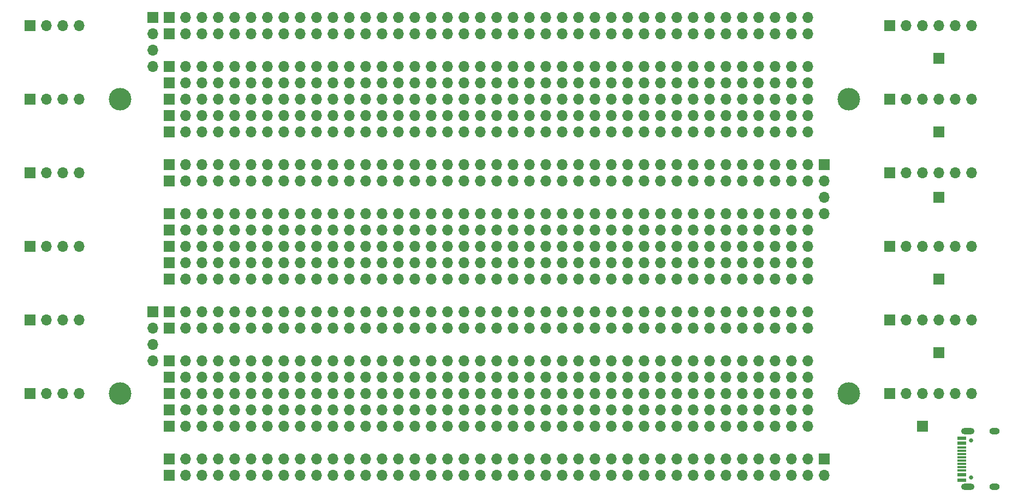
<source format=gbr>
%TF.GenerationSoftware,KiCad,Pcbnew,(6.0.1)*%
%TF.CreationDate,2022-02-22T13:55:29+13:00*%
%TF.ProjectId,perma-proto-board,7065726d-612d-4707-926f-746f2d626f61,rev?*%
%TF.SameCoordinates,Original*%
%TF.FileFunction,Soldermask,Top*%
%TF.FilePolarity,Negative*%
%FSLAX46Y46*%
G04 Gerber Fmt 4.6, Leading zero omitted, Abs format (unit mm)*
G04 Created by KiCad (PCBNEW (6.0.1)) date 2022-02-22 13:55:29*
%MOMM*%
%LPD*%
G01*
G04 APERTURE LIST*
%ADD10R,1.700000X1.700000*%
%ADD11O,1.700000X1.700000*%
%ADD12C,3.500000*%
%ADD13C,0.650000*%
%ADD14R,1.450000X0.600000*%
%ADD15R,1.450000X0.300000*%
%ADD16O,2.100000X1.000000*%
%ADD17O,1.600000X1.000000*%
G04 APERTURE END LIST*
D10*
%TO.C,J27*%
X71120000Y-96520000D03*
D11*
X73660000Y-96520000D03*
X76200000Y-96520000D03*
X78740000Y-96520000D03*
X81280000Y-96520000D03*
X83820000Y-96520000D03*
X86360000Y-96520000D03*
X88900000Y-96520000D03*
X91440000Y-96520000D03*
X93980000Y-96520000D03*
X96520000Y-96520000D03*
X99060000Y-96520000D03*
X101600000Y-96520000D03*
X104140000Y-96520000D03*
X106680000Y-96520000D03*
X109220000Y-96520000D03*
X111760000Y-96520000D03*
X114300000Y-96520000D03*
X116840000Y-96520000D03*
X119380000Y-96520000D03*
X121920000Y-96520000D03*
X124460000Y-96520000D03*
X127000000Y-96520000D03*
X129540000Y-96520000D03*
X132080000Y-96520000D03*
X134620000Y-96520000D03*
X137160000Y-96520000D03*
X139700000Y-96520000D03*
X142240000Y-96520000D03*
X144780000Y-96520000D03*
X147320000Y-96520000D03*
X149860000Y-96520000D03*
X152400000Y-96520000D03*
X154940000Y-96520000D03*
X157480000Y-96520000D03*
X160020000Y-96520000D03*
X162560000Y-96520000D03*
X165100000Y-96520000D03*
X167640000Y-96520000D03*
X170180000Y-96520000D03*
%TD*%
D10*
%TO.C,J2*%
X182880000Y-45720000D03*
D11*
X185420000Y-45720000D03*
X187960000Y-45720000D03*
X190500000Y-45720000D03*
X193040000Y-45720000D03*
X195580000Y-45720000D03*
%TD*%
D10*
%TO.C,J33*%
X71125000Y-35560000D03*
D11*
X73665000Y-35560000D03*
X76205000Y-35560000D03*
X78745000Y-35560000D03*
X81285000Y-35560000D03*
X83825000Y-35560000D03*
X86365000Y-35560000D03*
X88905000Y-35560000D03*
X91445000Y-35560000D03*
X93985000Y-35560000D03*
X96525000Y-35560000D03*
X99065000Y-35560000D03*
X101605000Y-35560000D03*
X104145000Y-35560000D03*
X106685000Y-35560000D03*
X109225000Y-35560000D03*
X111765000Y-35560000D03*
X114305000Y-35560000D03*
X116845000Y-35560000D03*
X119385000Y-35560000D03*
X121925000Y-35560000D03*
X124465000Y-35560000D03*
X127005000Y-35560000D03*
X129545000Y-35560000D03*
X132085000Y-35560000D03*
X134625000Y-35560000D03*
X137165000Y-35560000D03*
X139705000Y-35560000D03*
X142245000Y-35560000D03*
X144785000Y-35560000D03*
X147325000Y-35560000D03*
X149865000Y-35560000D03*
X152405000Y-35560000D03*
X154945000Y-35560000D03*
X157485000Y-35560000D03*
X160025000Y-35560000D03*
X162565000Y-35560000D03*
X165105000Y-35560000D03*
X167645000Y-35560000D03*
X170185000Y-35560000D03*
%TD*%
D12*
%TO.C,REF\u002A\u002A*%
X63500000Y-45720000D03*
%TD*%
D10*
%TO.C,J7*%
X49530000Y-34290000D03*
D11*
X52070000Y-34290000D03*
X54610000Y-34290000D03*
X57150000Y-34290000D03*
%TD*%
D10*
%TO.C,J23*%
X71120000Y-86360000D03*
D11*
X73660000Y-86360000D03*
X76200000Y-86360000D03*
X78740000Y-86360000D03*
X81280000Y-86360000D03*
X83820000Y-86360000D03*
X86360000Y-86360000D03*
X88900000Y-86360000D03*
X91440000Y-86360000D03*
X93980000Y-86360000D03*
X96520000Y-86360000D03*
X99060000Y-86360000D03*
X101600000Y-86360000D03*
X104140000Y-86360000D03*
X106680000Y-86360000D03*
X109220000Y-86360000D03*
X111760000Y-86360000D03*
X114300000Y-86360000D03*
X116840000Y-86360000D03*
X119380000Y-86360000D03*
X121920000Y-86360000D03*
X124460000Y-86360000D03*
X127000000Y-86360000D03*
X129540000Y-86360000D03*
X132080000Y-86360000D03*
X134620000Y-86360000D03*
X137160000Y-86360000D03*
X139700000Y-86360000D03*
X142240000Y-86360000D03*
X144780000Y-86360000D03*
X147320000Y-86360000D03*
X149860000Y-86360000D03*
X152400000Y-86360000D03*
X154940000Y-86360000D03*
X157480000Y-86360000D03*
X160020000Y-86360000D03*
X162560000Y-86360000D03*
X165100000Y-86360000D03*
X167640000Y-86360000D03*
X170180000Y-86360000D03*
%TD*%
D10*
%TO.C,J15*%
X71120000Y-45720000D03*
D11*
X73660000Y-45720000D03*
X76200000Y-45720000D03*
X78740000Y-45720000D03*
X81280000Y-45720000D03*
X83820000Y-45720000D03*
X86360000Y-45720000D03*
X88900000Y-45720000D03*
X91440000Y-45720000D03*
X93980000Y-45720000D03*
X96520000Y-45720000D03*
X99060000Y-45720000D03*
X101600000Y-45720000D03*
X104140000Y-45720000D03*
X106680000Y-45720000D03*
X109220000Y-45720000D03*
X111760000Y-45720000D03*
X114300000Y-45720000D03*
X116840000Y-45720000D03*
X119380000Y-45720000D03*
X121920000Y-45720000D03*
X124460000Y-45720000D03*
X127000000Y-45720000D03*
X129540000Y-45720000D03*
X132080000Y-45720000D03*
X134620000Y-45720000D03*
X137160000Y-45720000D03*
X139700000Y-45720000D03*
X142240000Y-45720000D03*
X144780000Y-45720000D03*
X147320000Y-45720000D03*
X149860000Y-45720000D03*
X152400000Y-45720000D03*
X154940000Y-45720000D03*
X157480000Y-45720000D03*
X160020000Y-45720000D03*
X162560000Y-45720000D03*
X165100000Y-45720000D03*
X167640000Y-45720000D03*
X170180000Y-45720000D03*
%TD*%
D10*
%TO.C,+*%
X71120000Y-104140000D03*
D11*
X73660000Y-104140000D03*
X76200000Y-104140000D03*
X78740000Y-104140000D03*
X81280000Y-104140000D03*
X83820000Y-104140000D03*
X86360000Y-104140000D03*
X88900000Y-104140000D03*
X91440000Y-104140000D03*
X93980000Y-104140000D03*
X96520000Y-104140000D03*
X99060000Y-104140000D03*
X101600000Y-104140000D03*
X104140000Y-104140000D03*
X106680000Y-104140000D03*
X109220000Y-104140000D03*
X111760000Y-104140000D03*
X114300000Y-104140000D03*
X116840000Y-104140000D03*
X119380000Y-104140000D03*
X121920000Y-104140000D03*
X124460000Y-104140000D03*
X127000000Y-104140000D03*
X129540000Y-104140000D03*
X132080000Y-104140000D03*
X134620000Y-104140000D03*
X137160000Y-104140000D03*
X139700000Y-104140000D03*
X142240000Y-104140000D03*
X144780000Y-104140000D03*
X147320000Y-104140000D03*
X149860000Y-104140000D03*
X152400000Y-104140000D03*
X154940000Y-104140000D03*
X157480000Y-104140000D03*
X160020000Y-104140000D03*
X162560000Y-104140000D03*
X165100000Y-104140000D03*
X167640000Y-104140000D03*
X170180000Y-104140000D03*
%TD*%
D12*
%TO.C,REF\u002A\u002A*%
X176530000Y-45720000D03*
%TD*%
D10*
%TO.C,J25*%
X71120000Y-91440000D03*
D11*
X73660000Y-91440000D03*
X76200000Y-91440000D03*
X78740000Y-91440000D03*
X81280000Y-91440000D03*
X83820000Y-91440000D03*
X86360000Y-91440000D03*
X88900000Y-91440000D03*
X91440000Y-91440000D03*
X93980000Y-91440000D03*
X96520000Y-91440000D03*
X99060000Y-91440000D03*
X101600000Y-91440000D03*
X104140000Y-91440000D03*
X106680000Y-91440000D03*
X109220000Y-91440000D03*
X111760000Y-91440000D03*
X114300000Y-91440000D03*
X116840000Y-91440000D03*
X119380000Y-91440000D03*
X121920000Y-91440000D03*
X124460000Y-91440000D03*
X127000000Y-91440000D03*
X129540000Y-91440000D03*
X132080000Y-91440000D03*
X134620000Y-91440000D03*
X137160000Y-91440000D03*
X139700000Y-91440000D03*
X142240000Y-91440000D03*
X144780000Y-91440000D03*
X147320000Y-91440000D03*
X149860000Y-91440000D03*
X152400000Y-91440000D03*
X154940000Y-91440000D03*
X157480000Y-91440000D03*
X160020000Y-91440000D03*
X162560000Y-91440000D03*
X165100000Y-91440000D03*
X167640000Y-91440000D03*
X170180000Y-91440000D03*
%TD*%
D10*
%TO.C,J12*%
X49530000Y-68580000D03*
D11*
X52070000Y-68580000D03*
X54610000Y-68580000D03*
X57150000Y-68580000D03*
%TD*%
D13*
%TO.C,J40*%
X195520000Y-98710000D03*
X195520000Y-104490000D03*
D14*
X194075000Y-104850000D03*
X194075000Y-104050000D03*
D15*
X194075000Y-102850000D03*
X194075000Y-101850000D03*
X194075000Y-101350000D03*
X194075000Y-100350000D03*
D14*
X194075000Y-99150000D03*
X194075000Y-98350000D03*
X194075000Y-98350000D03*
X194075000Y-99150000D03*
D15*
X194075000Y-99850000D03*
X194075000Y-100850000D03*
X194075000Y-102350000D03*
X194075000Y-103350000D03*
D14*
X194075000Y-104050000D03*
X194075000Y-104850000D03*
D16*
X194990000Y-97280000D03*
X194990000Y-105920000D03*
D17*
X199170000Y-97280000D03*
X199170000Y-105920000D03*
%TD*%
D10*
%TO.C,J31*%
X172720000Y-101600000D03*
D11*
X172720000Y-104140000D03*
%TD*%
D10*
%TO.C,J37*%
X71120000Y-81280000D03*
D11*
X73660000Y-81280000D03*
X76200000Y-81280000D03*
X78740000Y-81280000D03*
X81280000Y-81280000D03*
X83820000Y-81280000D03*
X86360000Y-81280000D03*
X88900000Y-81280000D03*
X91440000Y-81280000D03*
X93980000Y-81280000D03*
X96520000Y-81280000D03*
X99060000Y-81280000D03*
X101600000Y-81280000D03*
X104140000Y-81280000D03*
X106680000Y-81280000D03*
X109220000Y-81280000D03*
X111760000Y-81280000D03*
X114300000Y-81280000D03*
X116840000Y-81280000D03*
X119380000Y-81280000D03*
X121920000Y-81280000D03*
X124460000Y-81280000D03*
X127000000Y-81280000D03*
X129540000Y-81280000D03*
X132080000Y-81280000D03*
X134620000Y-81280000D03*
X137160000Y-81280000D03*
X139700000Y-81280000D03*
X142240000Y-81280000D03*
X144780000Y-81280000D03*
X147320000Y-81280000D03*
X149860000Y-81280000D03*
X152400000Y-81280000D03*
X154940000Y-81280000D03*
X157480000Y-81280000D03*
X160020000Y-81280000D03*
X162560000Y-81280000D03*
X165100000Y-81280000D03*
X167640000Y-81280000D03*
X170180000Y-81280000D03*
%TD*%
D10*
%TO.C,J32*%
X71125000Y-33020000D03*
D11*
X73665000Y-33020000D03*
X76205000Y-33020000D03*
X78745000Y-33020000D03*
X81285000Y-33020000D03*
X83825000Y-33020000D03*
X86365000Y-33020000D03*
X88905000Y-33020000D03*
X91445000Y-33020000D03*
X93985000Y-33020000D03*
X96525000Y-33020000D03*
X99065000Y-33020000D03*
X101605000Y-33020000D03*
X104145000Y-33020000D03*
X106685000Y-33020000D03*
X109225000Y-33020000D03*
X111765000Y-33020000D03*
X114305000Y-33020000D03*
X116845000Y-33020000D03*
X119385000Y-33020000D03*
X121925000Y-33020000D03*
X124465000Y-33020000D03*
X127005000Y-33020000D03*
X129545000Y-33020000D03*
X132085000Y-33020000D03*
X134625000Y-33020000D03*
X137165000Y-33020000D03*
X139705000Y-33020000D03*
X142245000Y-33020000D03*
X144785000Y-33020000D03*
X147325000Y-33020000D03*
X149865000Y-33020000D03*
X152405000Y-33020000D03*
X154945000Y-33020000D03*
X157485000Y-33020000D03*
X160025000Y-33020000D03*
X162565000Y-33020000D03*
X165105000Y-33020000D03*
X167645000Y-33020000D03*
X170185000Y-33020000D03*
%TD*%
D10*
%TO.C,J11*%
X49540000Y-91440000D03*
D11*
X52080000Y-91440000D03*
X54620000Y-91440000D03*
X57160000Y-91440000D03*
%TD*%
D10*
%TO.C,J1*%
X182880000Y-34290000D03*
D11*
X185420000Y-34290000D03*
X187960000Y-34290000D03*
X190500000Y-34290000D03*
X193040000Y-34290000D03*
X195580000Y-34290000D03*
%TD*%
D10*
%TO.C,J8*%
X49540000Y-45720000D03*
D11*
X52080000Y-45720000D03*
X54620000Y-45720000D03*
X57160000Y-45720000D03*
%TD*%
D10*
%TO.C,+*%
X71125000Y-58420000D03*
D11*
X73665000Y-58420000D03*
X76205000Y-58420000D03*
X78745000Y-58420000D03*
X81285000Y-58420000D03*
X83825000Y-58420000D03*
X86365000Y-58420000D03*
X88905000Y-58420000D03*
X91445000Y-58420000D03*
X93985000Y-58420000D03*
X96525000Y-58420000D03*
X99065000Y-58420000D03*
X101605000Y-58420000D03*
X104145000Y-58420000D03*
X106685000Y-58420000D03*
X109225000Y-58420000D03*
X111765000Y-58420000D03*
X114305000Y-58420000D03*
X116845000Y-58420000D03*
X119385000Y-58420000D03*
X121925000Y-58420000D03*
X124465000Y-58420000D03*
X127005000Y-58420000D03*
X129545000Y-58420000D03*
X132085000Y-58420000D03*
X134625000Y-58420000D03*
X137165000Y-58420000D03*
X139705000Y-58420000D03*
X142245000Y-58420000D03*
X144785000Y-58420000D03*
X147325000Y-58420000D03*
X149865000Y-58420000D03*
X152405000Y-58420000D03*
X154945000Y-58420000D03*
X157485000Y-58420000D03*
X160025000Y-58420000D03*
X162565000Y-58420000D03*
X165105000Y-58420000D03*
X167645000Y-58420000D03*
X170185000Y-58420000D03*
%TD*%
D10*
%TO.C,J24*%
X71120000Y-88900000D03*
D11*
X73660000Y-88900000D03*
X76200000Y-88900000D03*
X78740000Y-88900000D03*
X81280000Y-88900000D03*
X83820000Y-88900000D03*
X86360000Y-88900000D03*
X88900000Y-88900000D03*
X91440000Y-88900000D03*
X93980000Y-88900000D03*
X96520000Y-88900000D03*
X99060000Y-88900000D03*
X101600000Y-88900000D03*
X104140000Y-88900000D03*
X106680000Y-88900000D03*
X109220000Y-88900000D03*
X111760000Y-88900000D03*
X114300000Y-88900000D03*
X116840000Y-88900000D03*
X119380000Y-88900000D03*
X121920000Y-88900000D03*
X124460000Y-88900000D03*
X127000000Y-88900000D03*
X129540000Y-88900000D03*
X132080000Y-88900000D03*
X134620000Y-88900000D03*
X137160000Y-88900000D03*
X139700000Y-88900000D03*
X142240000Y-88900000D03*
X144780000Y-88900000D03*
X147320000Y-88900000D03*
X149860000Y-88900000D03*
X152400000Y-88900000D03*
X154940000Y-88900000D03*
X157480000Y-88900000D03*
X160020000Y-88900000D03*
X162560000Y-88900000D03*
X165100000Y-88900000D03*
X167640000Y-88900000D03*
X170180000Y-88900000D03*
%TD*%
D10*
%TO.C,-*%
X71120000Y-55880000D03*
D11*
X73660000Y-55880000D03*
X76200000Y-55880000D03*
X78740000Y-55880000D03*
X81280000Y-55880000D03*
X83820000Y-55880000D03*
X86360000Y-55880000D03*
X88900000Y-55880000D03*
X91440000Y-55880000D03*
X93980000Y-55880000D03*
X96520000Y-55880000D03*
X99060000Y-55880000D03*
X101600000Y-55880000D03*
X104140000Y-55880000D03*
X106680000Y-55880000D03*
X109220000Y-55880000D03*
X111760000Y-55880000D03*
X114300000Y-55880000D03*
X116840000Y-55880000D03*
X119380000Y-55880000D03*
X121920000Y-55880000D03*
X124460000Y-55880000D03*
X127000000Y-55880000D03*
X129540000Y-55880000D03*
X132080000Y-55880000D03*
X134620000Y-55880000D03*
X137160000Y-55880000D03*
X139700000Y-55880000D03*
X142240000Y-55880000D03*
X144780000Y-55880000D03*
X147320000Y-55880000D03*
X149860000Y-55880000D03*
X152400000Y-55880000D03*
X154940000Y-55880000D03*
X157480000Y-55880000D03*
X160020000Y-55880000D03*
X162560000Y-55880000D03*
X165100000Y-55880000D03*
X167640000Y-55880000D03*
X170180000Y-55880000D03*
%TD*%
D10*
%TO.C,J28*%
X68580000Y-33030000D03*
D11*
X68580000Y-35570000D03*
X68580000Y-38110000D03*
X68580000Y-40650000D03*
%TD*%
D10*
%TO.C,J16*%
X71120000Y-48260000D03*
D11*
X73660000Y-48260000D03*
X76200000Y-48260000D03*
X78740000Y-48260000D03*
X81280000Y-48260000D03*
X83820000Y-48260000D03*
X86360000Y-48260000D03*
X88900000Y-48260000D03*
X91440000Y-48260000D03*
X93980000Y-48260000D03*
X96520000Y-48260000D03*
X99060000Y-48260000D03*
X101600000Y-48260000D03*
X104140000Y-48260000D03*
X106680000Y-48260000D03*
X109220000Y-48260000D03*
X111760000Y-48260000D03*
X114300000Y-48260000D03*
X116840000Y-48260000D03*
X119380000Y-48260000D03*
X121920000Y-48260000D03*
X124460000Y-48260000D03*
X127000000Y-48260000D03*
X129540000Y-48260000D03*
X132080000Y-48260000D03*
X134620000Y-48260000D03*
X137160000Y-48260000D03*
X139700000Y-48260000D03*
X142240000Y-48260000D03*
X144780000Y-48260000D03*
X147320000Y-48260000D03*
X149860000Y-48260000D03*
X152400000Y-48260000D03*
X154940000Y-48260000D03*
X157480000Y-48260000D03*
X160020000Y-48260000D03*
X162560000Y-48260000D03*
X165100000Y-48260000D03*
X167640000Y-48260000D03*
X170180000Y-48260000D03*
%TD*%
D10*
%TO.C,J17*%
X71120000Y-50800000D03*
D11*
X73660000Y-50800000D03*
X76200000Y-50800000D03*
X78740000Y-50800000D03*
X81280000Y-50800000D03*
X83820000Y-50800000D03*
X86360000Y-50800000D03*
X88900000Y-50800000D03*
X91440000Y-50800000D03*
X93980000Y-50800000D03*
X96520000Y-50800000D03*
X99060000Y-50800000D03*
X101600000Y-50800000D03*
X104140000Y-50800000D03*
X106680000Y-50800000D03*
X109220000Y-50800000D03*
X111760000Y-50800000D03*
X114300000Y-50800000D03*
X116840000Y-50800000D03*
X119380000Y-50800000D03*
X121920000Y-50800000D03*
X124460000Y-50800000D03*
X127000000Y-50800000D03*
X129540000Y-50800000D03*
X132080000Y-50800000D03*
X134620000Y-50800000D03*
X137160000Y-50800000D03*
X139700000Y-50800000D03*
X142240000Y-50800000D03*
X144780000Y-50800000D03*
X147320000Y-50800000D03*
X149860000Y-50800000D03*
X152400000Y-50800000D03*
X154940000Y-50800000D03*
X157480000Y-50800000D03*
X160020000Y-50800000D03*
X162560000Y-50800000D03*
X165100000Y-50800000D03*
X167640000Y-50800000D03*
X170180000Y-50800000D03*
%TD*%
D10*
%TO.C,J43*%
X190500000Y-60960000D03*
%TD*%
%TO.C,J29*%
X172720000Y-55890000D03*
D11*
X172720000Y-58430000D03*
X172720000Y-60970000D03*
X172720000Y-63510000D03*
%TD*%
D10*
%TO.C,J26*%
X71120000Y-93980000D03*
D11*
X73660000Y-93980000D03*
X76200000Y-93980000D03*
X78740000Y-93980000D03*
X81280000Y-93980000D03*
X83820000Y-93980000D03*
X86360000Y-93980000D03*
X88900000Y-93980000D03*
X91440000Y-93980000D03*
X93980000Y-93980000D03*
X96520000Y-93980000D03*
X99060000Y-93980000D03*
X101600000Y-93980000D03*
X104140000Y-93980000D03*
X106680000Y-93980000D03*
X109220000Y-93980000D03*
X111760000Y-93980000D03*
X114300000Y-93980000D03*
X116840000Y-93980000D03*
X119380000Y-93980000D03*
X121920000Y-93980000D03*
X124460000Y-93980000D03*
X127000000Y-93980000D03*
X129540000Y-93980000D03*
X132080000Y-93980000D03*
X134620000Y-93980000D03*
X137160000Y-93980000D03*
X139700000Y-93980000D03*
X142240000Y-93980000D03*
X144780000Y-93980000D03*
X147320000Y-93980000D03*
X149860000Y-93980000D03*
X152400000Y-93980000D03*
X154940000Y-93980000D03*
X157480000Y-93980000D03*
X160020000Y-93980000D03*
X162560000Y-93980000D03*
X165100000Y-93980000D03*
X167640000Y-93980000D03*
X170180000Y-93980000D03*
%TD*%
D10*
%TO.C,J13*%
X71120000Y-40640000D03*
D11*
X73660000Y-40640000D03*
X76200000Y-40640000D03*
X78740000Y-40640000D03*
X81280000Y-40640000D03*
X83820000Y-40640000D03*
X86360000Y-40640000D03*
X88900000Y-40640000D03*
X91440000Y-40640000D03*
X93980000Y-40640000D03*
X96520000Y-40640000D03*
X99060000Y-40640000D03*
X101600000Y-40640000D03*
X104140000Y-40640000D03*
X106680000Y-40640000D03*
X109220000Y-40640000D03*
X111760000Y-40640000D03*
X114300000Y-40640000D03*
X116840000Y-40640000D03*
X119380000Y-40640000D03*
X121920000Y-40640000D03*
X124460000Y-40640000D03*
X127000000Y-40640000D03*
X129540000Y-40640000D03*
X132080000Y-40640000D03*
X134620000Y-40640000D03*
X137160000Y-40640000D03*
X139700000Y-40640000D03*
X142240000Y-40640000D03*
X144780000Y-40640000D03*
X147320000Y-40640000D03*
X149860000Y-40640000D03*
X152400000Y-40640000D03*
X154940000Y-40640000D03*
X157480000Y-40640000D03*
X160020000Y-40640000D03*
X162560000Y-40640000D03*
X165100000Y-40640000D03*
X167640000Y-40640000D03*
X170180000Y-40640000D03*
%TD*%
D12*
%TO.C,REF\u002A\u002A*%
X176530000Y-91440000D03*
%TD*%
D10*
%TO.C,J10*%
X49540000Y-80010000D03*
D11*
X52080000Y-80010000D03*
X54620000Y-80010000D03*
X57160000Y-80010000D03*
%TD*%
D10*
%TO.C,J3*%
X182880000Y-57150000D03*
D11*
X185420000Y-57150000D03*
X187960000Y-57150000D03*
X190500000Y-57150000D03*
X193040000Y-57150000D03*
X195580000Y-57150000D03*
%TD*%
D10*
%TO.C,J46*%
X187960000Y-96520000D03*
%TD*%
%TO.C,J6*%
X182880000Y-91440000D03*
D11*
X185420000Y-91440000D03*
X187960000Y-91440000D03*
X190500000Y-91440000D03*
X193040000Y-91440000D03*
X195580000Y-91440000D03*
%TD*%
D10*
%TO.C,-*%
X71120000Y-101600000D03*
D11*
X73660000Y-101600000D03*
X76200000Y-101600000D03*
X78740000Y-101600000D03*
X81280000Y-101600000D03*
X83820000Y-101600000D03*
X86360000Y-101600000D03*
X88900000Y-101600000D03*
X91440000Y-101600000D03*
X93980000Y-101600000D03*
X96520000Y-101600000D03*
X99060000Y-101600000D03*
X101600000Y-101600000D03*
X104140000Y-101600000D03*
X106680000Y-101600000D03*
X109220000Y-101600000D03*
X111760000Y-101600000D03*
X114300000Y-101600000D03*
X116840000Y-101600000D03*
X119380000Y-101600000D03*
X121920000Y-101600000D03*
X124460000Y-101600000D03*
X127000000Y-101600000D03*
X129540000Y-101600000D03*
X132080000Y-101600000D03*
X134620000Y-101600000D03*
X137160000Y-101600000D03*
X139700000Y-101600000D03*
X142240000Y-101600000D03*
X144780000Y-101600000D03*
X147320000Y-101600000D03*
X149860000Y-101600000D03*
X152400000Y-101600000D03*
X154940000Y-101600000D03*
X157480000Y-101600000D03*
X160020000Y-101600000D03*
X162560000Y-101600000D03*
X165100000Y-101600000D03*
X167640000Y-101600000D03*
X170180000Y-101600000D03*
%TD*%
D10*
%TO.C,J45*%
X190500000Y-85090000D03*
%TD*%
D12*
%TO.C,REF\u002A\u002A*%
X63500000Y-91440000D03*
%TD*%
D10*
%TO.C,J36*%
X71125000Y-78740000D03*
D11*
X73665000Y-78740000D03*
X76205000Y-78740000D03*
X78745000Y-78740000D03*
X81285000Y-78740000D03*
X83825000Y-78740000D03*
X86365000Y-78740000D03*
X88905000Y-78740000D03*
X91445000Y-78740000D03*
X93985000Y-78740000D03*
X96525000Y-78740000D03*
X99065000Y-78740000D03*
X101605000Y-78740000D03*
X104145000Y-78740000D03*
X106685000Y-78740000D03*
X109225000Y-78740000D03*
X111765000Y-78740000D03*
X114305000Y-78740000D03*
X116845000Y-78740000D03*
X119385000Y-78740000D03*
X121925000Y-78740000D03*
X124465000Y-78740000D03*
X127005000Y-78740000D03*
X129545000Y-78740000D03*
X132085000Y-78740000D03*
X134625000Y-78740000D03*
X137165000Y-78740000D03*
X139705000Y-78740000D03*
X142245000Y-78740000D03*
X144785000Y-78740000D03*
X147325000Y-78740000D03*
X149865000Y-78740000D03*
X152405000Y-78740000D03*
X154945000Y-78740000D03*
X157485000Y-78740000D03*
X160025000Y-78740000D03*
X162565000Y-78740000D03*
X165105000Y-78740000D03*
X167645000Y-78740000D03*
X170185000Y-78740000D03*
%TD*%
D10*
%TO.C,J9*%
X49530000Y-57150000D03*
D11*
X52070000Y-57150000D03*
X54610000Y-57150000D03*
X57150000Y-57150000D03*
%TD*%
D10*
%TO.C,J42*%
X190500000Y-50800000D03*
%TD*%
%TO.C,J5*%
X182880000Y-80010000D03*
D11*
X185420000Y-80010000D03*
X187960000Y-80010000D03*
X190500000Y-80010000D03*
X193040000Y-80010000D03*
X195580000Y-80010000D03*
%TD*%
D10*
%TO.C,J41*%
X190500000Y-39370000D03*
%TD*%
%TO.C,J21*%
X71120000Y-71120000D03*
D11*
X73660000Y-71120000D03*
X76200000Y-71120000D03*
X78740000Y-71120000D03*
X81280000Y-71120000D03*
X83820000Y-71120000D03*
X86360000Y-71120000D03*
X88900000Y-71120000D03*
X91440000Y-71120000D03*
X93980000Y-71120000D03*
X96520000Y-71120000D03*
X99060000Y-71120000D03*
X101600000Y-71120000D03*
X104140000Y-71120000D03*
X106680000Y-71120000D03*
X109220000Y-71120000D03*
X111760000Y-71120000D03*
X114300000Y-71120000D03*
X116840000Y-71120000D03*
X119380000Y-71120000D03*
X121920000Y-71120000D03*
X124460000Y-71120000D03*
X127000000Y-71120000D03*
X129540000Y-71120000D03*
X132080000Y-71120000D03*
X134620000Y-71120000D03*
X137160000Y-71120000D03*
X139700000Y-71120000D03*
X142240000Y-71120000D03*
X144780000Y-71120000D03*
X147320000Y-71120000D03*
X149860000Y-71120000D03*
X152400000Y-71120000D03*
X154940000Y-71120000D03*
X157480000Y-71120000D03*
X160020000Y-71120000D03*
X162560000Y-71120000D03*
X165100000Y-71120000D03*
X167640000Y-71120000D03*
X170180000Y-71120000D03*
%TD*%
D10*
%TO.C,J30*%
X68580000Y-78740000D03*
D11*
X68580000Y-81280000D03*
X68580000Y-83820000D03*
X68580000Y-86360000D03*
%TD*%
D10*
%TO.C,J20*%
X71120000Y-68580000D03*
D11*
X73660000Y-68580000D03*
X76200000Y-68580000D03*
X78740000Y-68580000D03*
X81280000Y-68580000D03*
X83820000Y-68580000D03*
X86360000Y-68580000D03*
X88900000Y-68580000D03*
X91440000Y-68580000D03*
X93980000Y-68580000D03*
X96520000Y-68580000D03*
X99060000Y-68580000D03*
X101600000Y-68580000D03*
X104140000Y-68580000D03*
X106680000Y-68580000D03*
X109220000Y-68580000D03*
X111760000Y-68580000D03*
X114300000Y-68580000D03*
X116840000Y-68580000D03*
X119380000Y-68580000D03*
X121920000Y-68580000D03*
X124460000Y-68580000D03*
X127000000Y-68580000D03*
X129540000Y-68580000D03*
X132080000Y-68580000D03*
X134620000Y-68580000D03*
X137160000Y-68580000D03*
X139700000Y-68580000D03*
X142240000Y-68580000D03*
X144780000Y-68580000D03*
X147320000Y-68580000D03*
X149860000Y-68580000D03*
X152400000Y-68580000D03*
X154940000Y-68580000D03*
X157480000Y-68580000D03*
X160020000Y-68580000D03*
X162560000Y-68580000D03*
X165100000Y-68580000D03*
X167640000Y-68580000D03*
X170180000Y-68580000D03*
%TD*%
D10*
%TO.C,J14*%
X71120000Y-43180000D03*
D11*
X73660000Y-43180000D03*
X76200000Y-43180000D03*
X78740000Y-43180000D03*
X81280000Y-43180000D03*
X83820000Y-43180000D03*
X86360000Y-43180000D03*
X88900000Y-43180000D03*
X91440000Y-43180000D03*
X93980000Y-43180000D03*
X96520000Y-43180000D03*
X99060000Y-43180000D03*
X101600000Y-43180000D03*
X104140000Y-43180000D03*
X106680000Y-43180000D03*
X109220000Y-43180000D03*
X111760000Y-43180000D03*
X114300000Y-43180000D03*
X116840000Y-43180000D03*
X119380000Y-43180000D03*
X121920000Y-43180000D03*
X124460000Y-43180000D03*
X127000000Y-43180000D03*
X129540000Y-43180000D03*
X132080000Y-43180000D03*
X134620000Y-43180000D03*
X137160000Y-43180000D03*
X139700000Y-43180000D03*
X142240000Y-43180000D03*
X144780000Y-43180000D03*
X147320000Y-43180000D03*
X149860000Y-43180000D03*
X152400000Y-43180000D03*
X154940000Y-43180000D03*
X157480000Y-43180000D03*
X160020000Y-43180000D03*
X162560000Y-43180000D03*
X165100000Y-43180000D03*
X167640000Y-43180000D03*
X170180000Y-43180000D03*
%TD*%
D10*
%TO.C,J4*%
X182880000Y-68580000D03*
D11*
X185420000Y-68580000D03*
X187960000Y-68580000D03*
X190500000Y-68580000D03*
X193040000Y-68580000D03*
X195580000Y-68580000D03*
%TD*%
D10*
%TO.C,J19*%
X71120000Y-66040000D03*
D11*
X73660000Y-66040000D03*
X76200000Y-66040000D03*
X78740000Y-66040000D03*
X81280000Y-66040000D03*
X83820000Y-66040000D03*
X86360000Y-66040000D03*
X88900000Y-66040000D03*
X91440000Y-66040000D03*
X93980000Y-66040000D03*
X96520000Y-66040000D03*
X99060000Y-66040000D03*
X101600000Y-66040000D03*
X104140000Y-66040000D03*
X106680000Y-66040000D03*
X109220000Y-66040000D03*
X111760000Y-66040000D03*
X114300000Y-66040000D03*
X116840000Y-66040000D03*
X119380000Y-66040000D03*
X121920000Y-66040000D03*
X124460000Y-66040000D03*
X127000000Y-66040000D03*
X129540000Y-66040000D03*
X132080000Y-66040000D03*
X134620000Y-66040000D03*
X137160000Y-66040000D03*
X139700000Y-66040000D03*
X142240000Y-66040000D03*
X144780000Y-66040000D03*
X147320000Y-66040000D03*
X149860000Y-66040000D03*
X152400000Y-66040000D03*
X154940000Y-66040000D03*
X157480000Y-66040000D03*
X160020000Y-66040000D03*
X162560000Y-66040000D03*
X165100000Y-66040000D03*
X167640000Y-66040000D03*
X170180000Y-66040000D03*
%TD*%
D10*
%TO.C,J44*%
X190500000Y-73660000D03*
%TD*%
%TO.C,J18*%
X71120000Y-63500000D03*
D11*
X73660000Y-63500000D03*
X76200000Y-63500000D03*
X78740000Y-63500000D03*
X81280000Y-63500000D03*
X83820000Y-63500000D03*
X86360000Y-63500000D03*
X88900000Y-63500000D03*
X91440000Y-63500000D03*
X93980000Y-63500000D03*
X96520000Y-63500000D03*
X99060000Y-63500000D03*
X101600000Y-63500000D03*
X104140000Y-63500000D03*
X106680000Y-63500000D03*
X109220000Y-63500000D03*
X111760000Y-63500000D03*
X114300000Y-63500000D03*
X116840000Y-63500000D03*
X119380000Y-63500000D03*
X121920000Y-63500000D03*
X124460000Y-63500000D03*
X127000000Y-63500000D03*
X129540000Y-63500000D03*
X132080000Y-63500000D03*
X134620000Y-63500000D03*
X137160000Y-63500000D03*
X139700000Y-63500000D03*
X142240000Y-63500000D03*
X144780000Y-63500000D03*
X147320000Y-63500000D03*
X149860000Y-63500000D03*
X152400000Y-63500000D03*
X154940000Y-63500000D03*
X157480000Y-63500000D03*
X160020000Y-63500000D03*
X162560000Y-63500000D03*
X165100000Y-63500000D03*
X167640000Y-63500000D03*
X170180000Y-63500000D03*
%TD*%
D10*
%TO.C,J22*%
X71120000Y-73660000D03*
D11*
X73660000Y-73660000D03*
X76200000Y-73660000D03*
X78740000Y-73660000D03*
X81280000Y-73660000D03*
X83820000Y-73660000D03*
X86360000Y-73660000D03*
X88900000Y-73660000D03*
X91440000Y-73660000D03*
X93980000Y-73660000D03*
X96520000Y-73660000D03*
X99060000Y-73660000D03*
X101600000Y-73660000D03*
X104140000Y-73660000D03*
X106680000Y-73660000D03*
X109220000Y-73660000D03*
X111760000Y-73660000D03*
X114300000Y-73660000D03*
X116840000Y-73660000D03*
X119380000Y-73660000D03*
X121920000Y-73660000D03*
X124460000Y-73660000D03*
X127000000Y-73660000D03*
X129540000Y-73660000D03*
X132080000Y-73660000D03*
X134620000Y-73660000D03*
X137160000Y-73660000D03*
X139700000Y-73660000D03*
X142240000Y-73660000D03*
X144780000Y-73660000D03*
X147320000Y-73660000D03*
X149860000Y-73660000D03*
X152400000Y-73660000D03*
X154940000Y-73660000D03*
X157480000Y-73660000D03*
X160020000Y-73660000D03*
X162560000Y-73660000D03*
X165100000Y-73660000D03*
X167640000Y-73660000D03*
X170180000Y-73660000D03*
%TD*%
M02*

</source>
